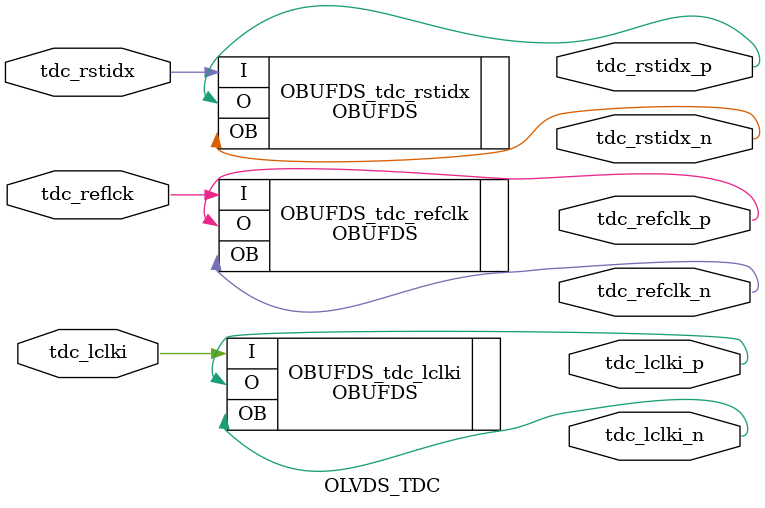
<source format=v>
`timescale 1ns / 1ps


module OLVDS_TDC(
    output  tdc_refclk_n,
    output  tdc_refclk_p,
    input   tdc_reflck,

    output  tdc_rstidx_n,
    output  tdc_rstidx_p,
    input   tdc_rstidx,

    output  tdc_lclki_n,
    output  tdc_lclki_p,
    input   tdc_lclki
);
    
OBUFDS #(
      .IOSTANDARD("DEFAULT"), // Specify the output I/O standard
      .SLEW("SLOW")           // Specify the output slew rate
   ) OBUFDS_tdc_refclk (
      .O(tdc_refclk_p),     // Diff_p output (connect directly to top-level port)
      .OB(tdc_refclk_n),   // Diff_n output (connect directly to top-level port)
      .I(tdc_reflck)      // Buffer input
   );
OBUFDS #(
      .IOSTANDARD("DEFAULT"), // Specify the output I/O standard
      .SLEW("SLOW")           // Specify the output slew rate
   ) OBUFDS_tdc_rstidx (
      .O(tdc_rstidx_p),     // Diff_p output (connect directly to top-level port)
      .OB(tdc_rstidx_n),   // Diff_n output (connect directly to top-level port)
      .I(tdc_rstidx)      // Buffer input
   );

OBUFDS #(
      .IOSTANDARD("DEFAULT"), // Specify the output I/O standard
      .SLEW("SLOW")           // Specify the output slew rate
   ) OBUFDS_tdc_lclki (
      .O(tdc_lclki_p),     // Diff_p output (connect directly to top-level port)
      .OB(tdc_lclki_n),   // Diff_n output (connect directly to top-level port)
      .I(tdc_lclki)      // Buffer input
   );

endmodule

</source>
